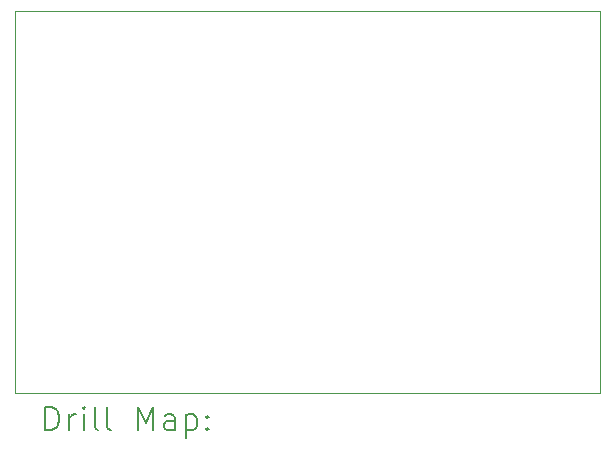
<source format=gbr>
%TF.GenerationSoftware,KiCad,Pcbnew,8.0.3*%
%TF.CreationDate,2024-06-26T12:06:53-07:00*%
%TF.ProjectId,qiroll PAS digital logic,7169726f-6c6c-4205-9041-532064696769,rev?*%
%TF.SameCoordinates,Original*%
%TF.FileFunction,Drillmap*%
%TF.FilePolarity,Positive*%
%FSLAX45Y45*%
G04 Gerber Fmt 4.5, Leading zero omitted, Abs format (unit mm)*
G04 Created by KiCad (PCBNEW 8.0.3) date 2024-06-26 12:06:53*
%MOMM*%
%LPD*%
G01*
G04 APERTURE LIST*
%ADD10C,0.050000*%
%ADD11C,0.200000*%
G04 APERTURE END LIST*
D10*
X11176000Y-12636500D02*
X11176000Y-9398000D01*
X16129000Y-9398000D02*
X16129000Y-12636500D01*
X11176000Y-9398000D02*
X16129000Y-9398000D01*
X16129000Y-12636500D02*
X11176000Y-12636500D01*
D11*
X11434277Y-12950484D02*
X11434277Y-12750484D01*
X11434277Y-12750484D02*
X11481896Y-12750484D01*
X11481896Y-12750484D02*
X11510467Y-12760008D01*
X11510467Y-12760008D02*
X11529515Y-12779055D01*
X11529515Y-12779055D02*
X11539039Y-12798103D01*
X11539039Y-12798103D02*
X11548562Y-12836198D01*
X11548562Y-12836198D02*
X11548562Y-12864769D01*
X11548562Y-12864769D02*
X11539039Y-12902865D01*
X11539039Y-12902865D02*
X11529515Y-12921912D01*
X11529515Y-12921912D02*
X11510467Y-12940960D01*
X11510467Y-12940960D02*
X11481896Y-12950484D01*
X11481896Y-12950484D02*
X11434277Y-12950484D01*
X11634277Y-12950484D02*
X11634277Y-12817150D01*
X11634277Y-12855246D02*
X11643801Y-12836198D01*
X11643801Y-12836198D02*
X11653324Y-12826674D01*
X11653324Y-12826674D02*
X11672372Y-12817150D01*
X11672372Y-12817150D02*
X11691420Y-12817150D01*
X11758086Y-12950484D02*
X11758086Y-12817150D01*
X11758086Y-12750484D02*
X11748562Y-12760008D01*
X11748562Y-12760008D02*
X11758086Y-12769531D01*
X11758086Y-12769531D02*
X11767610Y-12760008D01*
X11767610Y-12760008D02*
X11758086Y-12750484D01*
X11758086Y-12750484D02*
X11758086Y-12769531D01*
X11881896Y-12950484D02*
X11862848Y-12940960D01*
X11862848Y-12940960D02*
X11853324Y-12921912D01*
X11853324Y-12921912D02*
X11853324Y-12750484D01*
X11986658Y-12950484D02*
X11967610Y-12940960D01*
X11967610Y-12940960D02*
X11958086Y-12921912D01*
X11958086Y-12921912D02*
X11958086Y-12750484D01*
X12215229Y-12950484D02*
X12215229Y-12750484D01*
X12215229Y-12750484D02*
X12281896Y-12893341D01*
X12281896Y-12893341D02*
X12348562Y-12750484D01*
X12348562Y-12750484D02*
X12348562Y-12950484D01*
X12529515Y-12950484D02*
X12529515Y-12845722D01*
X12529515Y-12845722D02*
X12519991Y-12826674D01*
X12519991Y-12826674D02*
X12500943Y-12817150D01*
X12500943Y-12817150D02*
X12462848Y-12817150D01*
X12462848Y-12817150D02*
X12443801Y-12826674D01*
X12529515Y-12940960D02*
X12510467Y-12950484D01*
X12510467Y-12950484D02*
X12462848Y-12950484D01*
X12462848Y-12950484D02*
X12443801Y-12940960D01*
X12443801Y-12940960D02*
X12434277Y-12921912D01*
X12434277Y-12921912D02*
X12434277Y-12902865D01*
X12434277Y-12902865D02*
X12443801Y-12883817D01*
X12443801Y-12883817D02*
X12462848Y-12874293D01*
X12462848Y-12874293D02*
X12510467Y-12874293D01*
X12510467Y-12874293D02*
X12529515Y-12864769D01*
X12624753Y-12817150D02*
X12624753Y-13017150D01*
X12624753Y-12826674D02*
X12643801Y-12817150D01*
X12643801Y-12817150D02*
X12681896Y-12817150D01*
X12681896Y-12817150D02*
X12700943Y-12826674D01*
X12700943Y-12826674D02*
X12710467Y-12836198D01*
X12710467Y-12836198D02*
X12719991Y-12855246D01*
X12719991Y-12855246D02*
X12719991Y-12912388D01*
X12719991Y-12912388D02*
X12710467Y-12931436D01*
X12710467Y-12931436D02*
X12700943Y-12940960D01*
X12700943Y-12940960D02*
X12681896Y-12950484D01*
X12681896Y-12950484D02*
X12643801Y-12950484D01*
X12643801Y-12950484D02*
X12624753Y-12940960D01*
X12805705Y-12931436D02*
X12815229Y-12940960D01*
X12815229Y-12940960D02*
X12805705Y-12950484D01*
X12805705Y-12950484D02*
X12796182Y-12940960D01*
X12796182Y-12940960D02*
X12805705Y-12931436D01*
X12805705Y-12931436D02*
X12805705Y-12950484D01*
X12805705Y-12826674D02*
X12815229Y-12836198D01*
X12815229Y-12836198D02*
X12805705Y-12845722D01*
X12805705Y-12845722D02*
X12796182Y-12836198D01*
X12796182Y-12836198D02*
X12805705Y-12826674D01*
X12805705Y-12826674D02*
X12805705Y-12845722D01*
M02*

</source>
